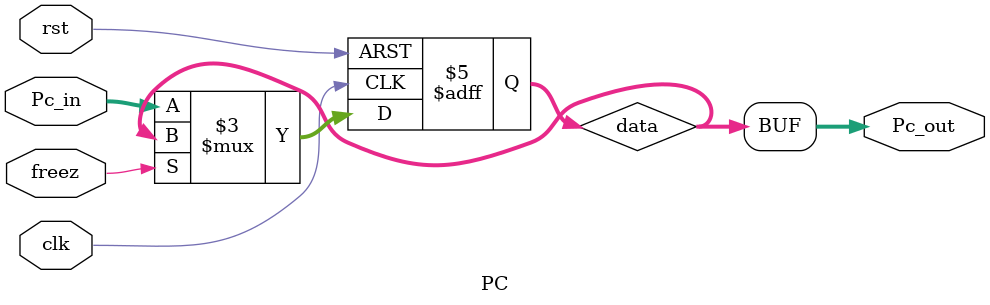
<source format=v>
module PC(
    input clk,
    input rst,
    input [31:0] Pc_in,
    input freez,
    output [31:0] Pc_out
    );
    reg [31:0] data;

    always @(posedge clk, posedge rst) begin
        if (rst)
            data <= 32'b0;
        else if (~freez)
            data <= Pc_in;
    end

    assign Pc_out = data;
endmodule


</source>
